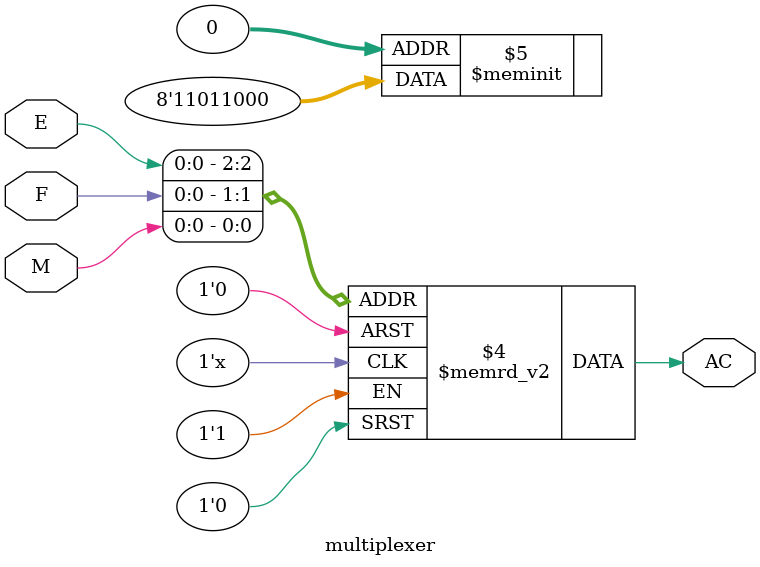
<source format=v>



// Generated by Quartus II 64-Bit Version 12.1 (Build Build 243 01/31/2013)
// Created on Fri Feb 14 16:28:53 2014

//  Module Declaration
module multiplexer
(
// {{ALTERA_ARGS_BEGIN}} DO NOT REMOVE THIS LINE!
E, F, M, AC
// {{ALTERA_ARGS_END}} DO NOT REMOVE THIS LINE!
);
// Port Declaration

// {{ALTERA_IO_BEGIN}} DO NOT REMOVE THIS LINE!
input E;
input F;
input M;
output AC;
// {{ALTERA_IO_END}} DO NOT REMOVE THIS LINE!
reg AC;
	
	always @(E or F or M)
	begin
		case({E, F, M})
		3'b000:AC= 'b0;
		3'b001:AC= 'b0;
		3'b010:AC= 'b0;
		3'b011:AC= 'b1;
		3'b100:AC= 'b1;
		3'b101:AC= 'b0;
		3'b110:AC= 'b1;
		3'b111:AC= 'b1;
		endcase;
	end


endmodule

</source>
